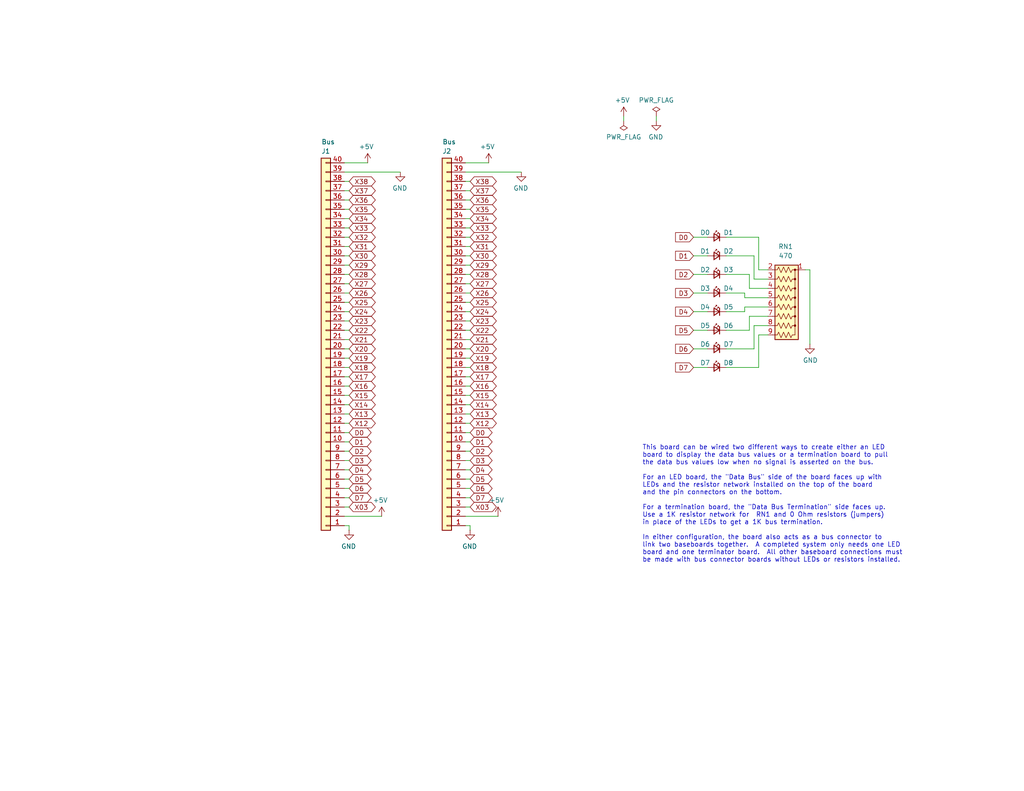
<source format=kicad_sch>
(kicad_sch (version 20231120) (generator "eeschema") (generator_version "8.0")
  (paper "USLetter")
  (title_block (title "SAP-Plus Bus LED connector") (date "2024-09-19") (rev "1.0") (company "github.com/TomNisbet/sap-plus"))
  (lib_symbols
    (symbol "Connector_Generic:Conn_01x40" (pin_names (offset 1.016) hide)
      (property "Reference" "J" (at 0 50.8 0))
      (property "Value" "Conn_01x40" (at 0 -53.34 0))
      (symbol "Conn_01x40_1_1"
        (rectangle (start -1.27 -50.673) (end 0 -50.927) (stroke (width 0.1524)))
        (rectangle (start -1.27 -48.133) (end 0 -48.387) (stroke (width 0.1524)))
        (rectangle (start -1.27 -45.593) (end 0 -45.847) (stroke (width 0.1524)))
        (rectangle (start -1.27 -43.053) (end 0 -43.307) (stroke (width 0.1524)))
        (rectangle (start -1.27 -40.513) (end 0 -40.767) (stroke (width 0.1524)))
        (rectangle (start -1.27 -37.973) (end 0 -38.227) (stroke (width 0.1524)))
        (rectangle (start -1.27 -35.433) (end 0 -35.687) (stroke (width 0.1524)))
        (rectangle (start -1.27 -32.893) (end 0 -33.147) (stroke (width 0.1524)))
        (rectangle (start -1.27 -30.353) (end 0 -30.607) (stroke (width 0.1524)))
        (rectangle (start -1.27 -27.813) (end 0 -28.067) (stroke (width 0.1524)))
        (rectangle (start -1.27 -25.273) (end 0 -25.527) (stroke (width 0.1524)))
        (rectangle (start -1.27 -22.733) (end 0 -22.987) (stroke (width 0.1524)))
        (rectangle (start -1.27 -20.193) (end 0 -20.447) (stroke (width 0.1524)))
        (rectangle (start -1.27 -17.653) (end 0 -17.907) (stroke (width 0.1524)))
        (rectangle (start -1.27 -15.113) (end 0 -15.367) (stroke (width 0.1524)))
        (rectangle (start -1.27 -12.573) (end 0 -12.827) (stroke (width 0.1524)))
        (rectangle (start -1.27 -10.033) (end 0 -10.287) (stroke (width 0.1524)))
        (rectangle (start -1.27 -7.493) (end 0 -7.747) (stroke (width 0.1524)))
        (rectangle (start -1.27 -4.953) (end 0 -5.207) (stroke (width 0.1524)))
        (rectangle (start -1.27 -2.413) (end 0 -2.667) (stroke (width 0.1524)))
        (rectangle (start -1.27 0.127) (end 0 -0.127) (stroke (width 0.1524)))
        (rectangle (start -1.27 2.667) (end 0 2.413) (stroke (width 0.1524)))
        (rectangle (start -1.27 5.207) (end 0 4.953) (stroke (width 0.1524)))
        (rectangle (start -1.27 7.747) (end 0 7.493) (stroke (width 0.1524)))
        (rectangle (start -1.27 10.287) (end 0 10.033) (stroke (width 0.1524)))
        (rectangle (start -1.27 12.827) (end 0 12.573) (stroke (width 0.1524)))
        (rectangle (start -1.27 15.367) (end 0 15.113) (stroke (width 0.1524)))
        (rectangle (start -1.27 17.907) (end 0 17.653) (stroke (width 0.1524)))
        (rectangle (start -1.27 20.447) (end 0 20.193) (stroke (width 0.1524)))
        (rectangle (start -1.27 22.987) (end 0 22.733) (stroke (width 0.1524)))
        (rectangle (start -1.27 25.527) (end 0 25.273) (stroke (width 0.1524)))
        (rectangle (start -1.27 28.067) (end 0 27.813) (stroke (width 0.1524)))
        (rectangle (start -1.27 30.607) (end 0 30.353) (stroke (width 0.1524)))
        (rectangle (start -1.27 33.147) (end 0 32.893) (stroke (width 0.1524)))
        (rectangle (start -1.27 35.687) (end 0 35.433) (stroke (width 0.1524)))
        (rectangle (start -1.27 38.227) (end 0 37.973) (stroke (width 0.1524)))
        (rectangle (start -1.27 40.767) (end 0 40.513) (stroke (width 0.1524)))
        (rectangle (start -1.27 43.307) (end 0 43.053) (stroke (width 0.1524)))
        (rectangle (start -1.27 45.847) (end 0 45.593) (stroke (width 0.1524)))
        (rectangle (start -1.27 48.387) (end 0 48.133) (stroke (width 0.1524)))
        (rectangle (start -1.27 49.53) (end 1.27 -52.07) (stroke (width 0.254)) (fill (type background)))
        (pin passive line (at -5.08 48.26 0) (length 3.81) (name "Pin_1") (number "1"))
        (pin passive line (at -5.08 25.4 0) (length 3.81) (name "Pin_10") (number "10"))
        (pin passive line (at -5.08 22.86 0) (length 3.81) (name "Pin_11") (number "11"))
        (pin passive line (at -5.08 20.32 0) (length 3.81) (name "Pin_12") (number "12"))
        (pin passive line (at -5.08 17.78 0) (length 3.81) (name "Pin_13") (number "13"))
        (pin passive line (at -5.08 15.24 0) (length 3.81) (name "Pin_14") (number "14"))
        (pin passive line (at -5.08 12.7 0) (length 3.81) (name "Pin_15") (number "15"))
        (pin passive line (at -5.08 10.16 0) (length 3.81) (name "Pin_16") (number "16"))
        (pin passive line (at -5.08 7.62 0) (length 3.81) (name "Pin_17") (number "17"))
        (pin passive line (at -5.08 5.08 0) (length 3.81) (name "Pin_18") (number "18"))
        (pin passive line (at -5.08 2.54 0) (length 3.81) (name "Pin_19") (number "19"))
        (pin passive line (at -5.08 45.72 0) (length 3.81) (name "Pin_2") (number "2"))
        (pin passive line (at -5.08 0 0) (length 3.81) (name "Pin_20") (number "20"))
        (pin passive line (at -5.08 -2.54 0) (length 3.81) (name "Pin_21") (number "21"))
        (pin passive line (at -5.08 -5.08 0) (length 3.81) (name "Pin_22") (number "22"))
        (pin passive line (at -5.08 -7.62 0) (length 3.81) (name "Pin_23") (number "23"))
        (pin passive line (at -5.08 -10.16 0) (length 3.81) (name "Pin_24") (number "24"))
        (pin passive line (at -5.08 -12.7 0) (length 3.81) (name "Pin_25") (number "25"))
        (pin passive line (at -5.08 -15.24 0) (length 3.81) (name "Pin_26") (number "26"))
        (pin passive line (at -5.08 -17.78 0) (length 3.81) (name "Pin_27") (number "27"))
        (pin passive line (at -5.08 -20.32 0) (length 3.81) (name "Pin_28") (number "28"))
        (pin passive line (at -5.08 -22.86 0) (length 3.81) (name "Pin_29") (number "29"))
        (pin passive line (at -5.08 43.18 0) (length 3.81) (name "Pin_3") (number "3"))
        (pin passive line (at -5.08 -25.4 0) (length 3.81) (name "Pin_30") (number "30"))
        (pin passive line (at -5.08 -27.94 0) (length 3.81) (name "Pin_31") (number "31"))
        (pin passive line (at -5.08 -30.48 0) (length 3.81) (name "Pin_32") (number "32"))
        (pin passive line (at -5.08 -33.02 0) (length 3.81) (name "Pin_33") (number "33"))
        (pin passive line (at -5.08 -35.56 0) (length 3.81) (name "Pin_34") (number "34"))
        (pin passive line (at -5.08 -38.1 0) (length 3.81) (name "Pin_35") (number "35"))
        (pin passive line (at -5.08 -40.64 0) (length 3.81) (name "Pin_36") (number "36"))
        (pin passive line (at -5.08 -43.18 0) (length 3.81) (name "Pin_37") (number "37"))
        (pin passive line (at -5.08 -45.72 0) (length 3.81) (name "Pin_38") (number "38"))
        (pin passive line (at -5.08 -48.26 0) (length 3.81) (name "Pin_39") (number "39"))
        (pin passive line (at -5.08 40.64 0) (length 3.81) (name "Pin_4") (number "4"))
        (pin passive line (at -5.08 -50.8 0) (length 3.81) (name "Pin_40") (number "40"))
        (pin passive line (at -5.08 38.1 0) (length 3.81) (name "Pin_5") (number "5"))
        (pin passive line (at -5.08 35.56 0) (length 3.81) (name "Pin_6") (number "6"))
        (pin passive line (at -5.08 33.02 0) (length 3.81) (name "Pin_7") (number "7"))
        (pin passive line (at -5.08 30.48 0) (length 3.81) (name "Pin_8") (number "8"))
        (pin passive line (at -5.08 27.94 0) (length 3.81) (name "Pin_9") (number "9"))
      )
    )
    (symbol "Device:LED_Small" (pin_numbers hide) (pin_names (offset 0.254) hide)
      (property "Reference" "D" (at -1.27 3.175 0))
      (property "Value" "LED_Small" (at -4.445 -2.54 0))
      (symbol "LED_Small_0_1"
        (polyline (pts (xy -0.762 -1.016) (xy -0.762 1.016)) (stroke (width 0.254)))
        (polyline (pts (xy 1.016 0) (xy -0.762 0)))
        (polyline (pts (xy 0.762 -1.016) (xy -0.762 0) (xy 0.762 1.016) (xy 0.762 -1.016)) (stroke (width 0.254)))
        (polyline (pts (xy 0 0.762) (xy -0.508 1.27) (xy -0.254 1.27) (xy -0.508 1.27) (xy -0.508 1.016)))
        (polyline (pts (xy 0.508 1.27) (xy 0 1.778) (xy 0.254 1.778) (xy 0 1.778) (xy 0 1.524)))
      )
      (symbol "LED_Small_1_1"
        (pin passive line (at -2.54 0 0) (length 1.778) (name "K") (number "1"))
        (pin passive line (at 2.54 0 180) (length 1.778) (name "A") (number "2"))
      )
    )
    (symbol "Device:R_Network08_US" (pin_names (offset 0) hide)
      (property "Reference" "RN" (at -12.7 0 90))
      (property "Value" "R_Network08_US" (at 10.16 0 90))
      (symbol "R_Network08_US_0_1"
        (rectangle (start -11.43 -3.175) (end 8.89 3.175) (stroke (width 0.254)) (fill (type background)))
        (circle (center -10.16 2.286) (radius 0.254) (fill (type outline)))
        (circle (center -7.62 2.286) (radius 0.254) (fill (type outline)))
        (circle (center -5.08 2.286) (radius 0.254) (fill (type outline)))
        (circle (center -2.54 2.286) (radius 0.254) (fill (type outline)))
        (polyline (pts (xy -10.16 2.286) (xy 7.62 2.286)))
        (polyline (pts (xy -10.16 2.286) (xy -10.16 1.524) (xy -9.398 1.1684) (xy -10.922 0.508) (xy -9.398 -0.1524) (xy -10.922 -0.8382) (xy -9.398 -1.524) (xy -10.922 -2.1844) (xy -10.16 -2.54) (xy -10.16 -3.81)))
        (polyline (pts (xy -7.62 2.286) (xy -7.62 1.524) (xy -6.858 1.1684) (xy -8.382 0.508) (xy -6.858 -0.1524) (xy -8.382 -0.8382) (xy -6.858 -1.524) (xy -8.382 -2.1844) (xy -7.62 -2.54) (xy -7.62 -3.81)))
        (polyline (pts (xy -5.08 2.286) (xy -5.08 1.524) (xy -4.318 1.1684) (xy -5.842 0.508) (xy -4.318 -0.1524) (xy -5.842 -0.8382) (xy -4.318 -1.524) (xy -5.842 -2.1844) (xy -5.08 -2.54) (xy -5.08 -3.81)))
        (polyline (pts (xy -2.54 2.286) (xy -2.54 1.524) (xy -1.778 1.1684) (xy -3.302 0.508) (xy -1.778 -0.1524) (xy -3.302 -0.8382) (xy -1.778 -1.524) (xy -3.302 -2.1844) (xy -2.54 -2.54) (xy -2.54 -3.81)))
        (polyline (pts (xy 0 2.286) (xy 0 1.524) (xy 0.762 1.1684) (xy -0.762 0.508) (xy 0.762 -0.1524) (xy -0.762 -0.8382) (xy 0.762 -1.524) (xy -0.762 -2.1844) (xy 0 -2.54) (xy 0 -3.81)))
        (polyline (pts (xy 2.54 2.286) (xy 2.54 1.524) (xy 3.302 1.1684) (xy 1.778 0.508) (xy 3.302 -0.1524) (xy 1.778 -0.8382) (xy 3.302 -1.524) (xy 1.778 -2.1844) (xy 2.54 -2.54) (xy 2.54 -3.81)))
        (polyline (pts (xy 5.08 2.286) (xy 5.08 1.524) (xy 5.842 1.1684) (xy 4.318 0.508) (xy 5.842 -0.1524) (xy 4.318 -0.8382) (xy 5.842 -1.524) (xy 4.318 -2.1844) (xy 5.08 -2.54) (xy 5.08 -3.81)))
        (polyline (pts (xy 7.62 2.286) (xy 7.62 1.524) (xy 8.382 1.1684) (xy 6.858 0.508) (xy 8.382 -0.1524) (xy 6.858 -0.8382) (xy 8.382 -1.524) (xy 6.858 -2.1844) (xy 7.62 -2.54) (xy 7.62 -3.81)))
        (circle (center 0 2.286) (radius 0.254) (fill (type outline)))
        (circle (center 2.54 2.286) (radius 0.254) (fill (type outline)))
        (circle (center 5.08 2.286) (radius 0.254) (fill (type outline)))
      )
      (symbol "R_Network08_US_1_1"
        (pin passive line (at -10.16 5.08 270) (length 2.54) (name "common") (number "1"))
        (pin passive line (at -10.16 -5.08 90) (length 1.27) (name "R1") (number "2"))
        (pin passive line (at -7.62 -5.08 90) (length 1.27) (name "R2") (number "3"))
        (pin passive line (at -5.08 -5.08 90) (length 1.27) (name "R3") (number "4"))
        (pin passive line (at -2.54 -5.08 90) (length 1.27) (name "R4") (number "5"))
        (pin passive line (at 0 -5.08 90) (length 1.27) (name "R5") (number "6"))
        (pin passive line (at 2.54 -5.08 90) (length 1.27) (name "R6") (number "7"))
        (pin passive line (at 5.08 -5.08 90) (length 1.27) (name "R7") (number "8"))
        (pin passive line (at 7.62 -5.08 90) (length 1.27) (name "R8") (number "9"))
      )
    )
    (symbol "power:+5V" (power) (pin_numbers hide) (pin_names (offset 0) hide)
      (property "Value" "+5V" (at 0 3.556 0))
      (symbol "+5V_0_1"
        (polyline (pts (xy -0.762 1.27) (xy 0 2.54)))
        (polyline (pts (xy 0 0) (xy 0 2.54)))
        (polyline (pts (xy 0 2.54) (xy 0.762 1.27)))
      )
      (symbol "+5V_1_1"
        (pin power_in line (at 0 0 90) (length 0) (name "~") (number "1"))
      )
    )
    (symbol "power:GND" (power) (pin_numbers hide) (pin_names (offset 0) hide)
      (property "Value" "GND" (at 0 -3.81 0))
      (symbol "GND_0_1"
        (polyline (pts (xy 0 0) (xy 0 -1.27) (xy 1.27 -1.27) (xy 0 -2.54) (xy -1.27 -1.27) (xy 0 -1.27)))
      )
      (symbol "GND_1_1"
        (pin power_in line (at 0 0 270) (length 0) (name "~") (number "1"))
      )
    )
    (symbol "power:PWR_FLAG" (power) (pin_numbers hide) (pin_names (offset 0) hide)
      (property "Value" "PWR_FLAG" (at 0 3.81 0))
      (symbol "PWR_FLAG_0_0"
        (pin power_out line (at 0 0 90) (length 0) (name "~") (number "1"))
      )
      (symbol "PWR_FLAG_0_1"
        (polyline (pts (xy 0 0) (xy 0 1.27) (xy -1.016 1.905) (xy 0 2.54) (xy 1.016 1.905) (xy 0 1.27)))
      )
    )
  )
  (wire (pts (xy 93.98 52.07) (xy 95.25 52.07)))
  (wire (pts (xy 193.04 100.33) (xy 189.23 100.33)))
  (wire (pts (xy 128.27 102.87) (xy 127 102.87)))
  (wire (pts (xy 128.27 143.51) (xy 127 143.51)))
  (wire (pts (xy 93.98 140.97) (xy 104.14 140.97)))
  (wire (pts (xy 128.27 82.55) (xy 127 82.55)))
  (wire (pts (xy 95.25 120.65) (xy 93.98 120.65)))
  (wire (pts (xy 220.98 73.66) (xy 220.98 93.98)))
  (wire (pts (xy 95.25 62.23) (xy 93.98 62.23)))
  (wire (pts (xy 95.25 77.47) (xy 93.98 77.47)))
  (wire (pts (xy 203.2 85.09) (xy 198.12 85.09)))
  (wire (pts (xy 198.12 100.33) (xy 207.01 100.33)))
  (wire (pts (xy 95.25 85.09) (xy 93.98 85.09)))
  (wire (pts (xy 128.27 69.85) (xy 127 69.85)))
  (wire (pts (xy 128.27 85.09) (xy 127 85.09)))
  (wire (pts (xy 128.27 130.81) (xy 127 130.81)))
  (wire (pts (xy 128.27 54.61) (xy 127 54.61)))
  (wire (pts (xy 95.25 128.27) (xy 93.98 128.27)))
  (wire (pts (xy 170.18 31.75) (xy 170.18 33.02)))
  (wire (pts (xy 95.25 133.35) (xy 93.98 133.35)))
  (wire (pts (xy 203.2 85.09) (xy 203.2 83.82)))
  (wire (pts (xy 128.27 90.17) (xy 127 90.17)))
  (wire (pts (xy 133.35 44.45) (xy 127 44.45)))
  (wire (pts (xy 95.25 138.43) (xy 93.98 138.43)))
  (wire (pts (xy 128.27 118.11) (xy 127 118.11)))
  (wire (pts (xy 127 46.99) (xy 142.24 46.99)))
  (wire (pts (xy 203.2 81.28) (xy 209.55 81.28)))
  (wire (pts (xy 95.25 90.17) (xy 93.98 90.17)))
  (wire (pts (xy 95.25 110.49) (xy 93.98 110.49)))
  (wire (pts (xy 95.25 69.85) (xy 93.98 69.85)))
  (wire (pts (xy 95.25 97.79) (xy 93.98 97.79)))
  (wire (pts (xy 128.27 62.23) (xy 127 62.23)))
  (wire (pts (xy 207.01 64.77) (xy 207.01 73.66)))
  (wire (pts (xy 128.27 138.43) (xy 127 138.43)))
  (wire (pts (xy 95.25 123.19) (xy 93.98 123.19)))
  (wire (pts (xy 205.74 76.2) (xy 209.55 76.2)))
  (wire (pts (xy 128.27 59.69) (xy 127 59.69)))
  (wire (pts (xy 204.47 90.17) (xy 204.47 86.36)))
  (wire (pts (xy 193.04 74.93) (xy 189.23 74.93)))
  (wire (pts (xy 128.27 128.27) (xy 127 128.27)))
  (wire (pts (xy 205.74 95.25) (xy 205.74 88.9)))
  (wire (pts (xy 95.25 144.78) (xy 95.25 143.51)))
  (wire (pts (xy 95.25 87.63) (xy 93.98 87.63)))
  (wire (pts (xy 193.04 64.77) (xy 189.23 64.77)))
  (wire (pts (xy 207.01 100.33) (xy 207.01 91.44)))
  (wire (pts (xy 128.27 64.77) (xy 127 64.77)))
  (wire (pts (xy 219.71 73.66) (xy 220.98 73.66)))
  (wire (pts (xy 93.98 59.69) (xy 95.25 59.69)))
  (wire (pts (xy 128.27 110.49) (xy 127 110.49)))
  (wire (pts (xy 95.25 125.73) (xy 93.98 125.73)))
  (wire (pts (xy 207.01 73.66) (xy 209.55 73.66)))
  (wire (pts (xy 204.47 86.36) (xy 209.55 86.36)))
  (wire (pts (xy 193.04 85.09) (xy 189.23 85.09)))
  (wire (pts (xy 95.25 95.25) (xy 93.98 95.25)))
  (wire (pts (xy 95.25 118.11) (xy 93.98 118.11)))
  (wire (pts (xy 128.27 67.31) (xy 127 67.31)))
  (wire (pts (xy 95.25 113.03) (xy 93.98 113.03)))
  (wire (pts (xy 93.98 57.15) (xy 95.25 57.15)))
  (wire (pts (xy 95.25 80.01) (xy 93.98 80.01)))
  (wire (pts (xy 128.27 115.57) (xy 127 115.57)))
  (wire (pts (xy 203.2 80.01) (xy 198.12 80.01)))
  (wire (pts (xy 128.27 123.19) (xy 127 123.19)))
  (wire (pts (xy 128.27 74.93) (xy 127 74.93)))
  (wire (pts (xy 128.27 135.89) (xy 127 135.89)))
  (wire (pts (xy 198.12 64.77) (xy 207.01 64.77)))
  (wire (pts (xy 95.25 82.55) (xy 93.98 82.55)))
  (wire (pts (xy 198.12 90.17) (xy 204.47 90.17)))
  (wire (pts (xy 93.98 46.99) (xy 109.22 46.99)))
  (wire (pts (xy 128.27 125.73) (xy 127 125.73)))
  (wire (pts (xy 205.74 69.85) (xy 205.74 76.2)))
  (wire (pts (xy 95.25 102.87) (xy 93.98 102.87)))
  (wire (pts (xy 203.2 80.01) (xy 203.2 81.28)))
  (wire (pts (xy 128.27 72.39) (xy 127 72.39)))
  (wire (pts (xy 179.07 31.75) (xy 179.07 33.02)))
  (wire (pts (xy 128.27 77.47) (xy 127 77.47)))
  (wire (pts (xy 128.27 100.33) (xy 127 100.33)))
  (wire (pts (xy 95.25 135.89) (xy 93.98 135.89)))
  (wire (pts (xy 198.12 74.93) (xy 204.47 74.93)))
  (wire (pts (xy 128.27 133.35) (xy 127 133.35)))
  (wire (pts (xy 128.27 120.65) (xy 127 120.65)))
  (wire (pts (xy 95.25 105.41) (xy 93.98 105.41)))
  (wire (pts (xy 95.25 67.31) (xy 93.98 67.31)))
  (wire (pts (xy 95.25 143.51) (xy 93.98 143.51)))
  (wire (pts (xy 100.33 44.45) (xy 93.98 44.45)))
  (wire (pts (xy 95.25 100.33) (xy 93.98 100.33)))
  (wire (pts (xy 95.25 107.95) (xy 93.98 107.95)))
  (wire (pts (xy 193.04 95.25) (xy 189.23 95.25)))
  (wire (pts (xy 205.74 88.9) (xy 209.55 88.9)))
  (wire (pts (xy 193.04 80.01) (xy 189.23 80.01)))
  (wire (pts (xy 128.27 107.95) (xy 127 107.95)))
  (wire (pts (xy 95.25 130.81) (xy 93.98 130.81)))
  (wire (pts (xy 127 140.97) (xy 135.89 140.97)))
  (wire (pts (xy 128.27 144.78) (xy 128.27 143.51)))
  (wire (pts (xy 95.25 64.77) (xy 93.98 64.77)))
  (wire (pts (xy 128.27 80.01) (xy 127 80.01)))
  (wire (pts (xy 93.98 54.61) (xy 95.25 54.61)))
  (wire (pts (xy 128.27 97.79) (xy 127 97.79)))
  (wire (pts (xy 204.47 74.93) (xy 204.47 78.74)))
  (wire (pts (xy 93.98 49.53) (xy 95.25 49.53)))
  (wire (pts (xy 198.12 95.25) (xy 205.74 95.25)))
  (wire (pts (xy 128.27 52.07) (xy 127 52.07)))
  (wire (pts (xy 95.25 115.57) (xy 93.98 115.57)))
  (wire (pts (xy 193.04 69.85) (xy 189.23 69.85)))
  (wire (pts (xy 95.25 72.39) (xy 93.98 72.39)))
  (wire (pts (xy 128.27 87.63) (xy 127 87.63)))
  (wire (pts (xy 128.27 49.53) (xy 127 49.53)))
  (wire (pts (xy 193.04 90.17) (xy 189.23 90.17)))
  (wire (pts (xy 198.12 69.85) (xy 205.74 69.85)))
  (wire (pts (xy 128.27 92.71) (xy 127 92.71)))
  (wire (pts (xy 203.2 83.82) (xy 209.55 83.82)))
  (wire (pts (xy 128.27 105.41) (xy 127 105.41)))
  (wire (pts (xy 207.01 91.44) (xy 209.55 91.44)))
  (wire (pts (xy 128.27 113.03) (xy 127 113.03)))
  (wire (pts (xy 95.25 74.93) (xy 93.98 74.93)))
  (wire (pts (xy 95.25 92.71) (xy 93.98 92.71)))
  (wire (pts (xy 128.27 57.15) (xy 127 57.15)))
  (wire (pts (xy 204.47 78.74) (xy 209.55 78.74)))
  (wire (pts (xy 128.27 95.25) (xy 127 95.25)))
  (text "This board can be wired two different ways to create either an LED\nboard to display the data bus values or a termination board to pull\nthe data bus values low when no signal is asserted on the bus.  \n\nFor an LED board, the \"Data Bus\" side of the board faces up with\nLEDs and the resistor network installed on the top of the board\nand the pin connectors on the bottom.\n\nFor a termination board, the \"Data Bus Termination\" side faces up.\nUse a 1K resistor network for  RN1 and 0 Ohm resistors (jumpers)\nin place of the LEDs to get a 1K bus termination.\n\nIn either configuration, the board also acts as a bus connector to\nlink two baseboards together.  A completed system only needs one LED\nboard and one terminator board.  All other baseboard connections must\nbe made with bus connector boards without LEDs or resistors installed.\n" (at 175.26 153.67 0) (effects (font (size 1.27 1.27)) (justify left bottom)))
  (global_label "X26" (shape bidirectional) (at 95.25 80.01 0) (property "Intersheetrefs" "${INTERSHEET_REFS}" (effects (hide yes))))
  (global_label "D1" (shape bidirectional) (at 95.25 120.65 0) (property "Intersheetrefs" "${INTERSHEET_REFS}" (effects (hide yes))))
  (global_label "X31" (shape bidirectional) (at 95.25 67.31 0) (property "Intersheetrefs" "${INTERSHEET_REFS}" (effects (hide yes))))
  (global_label "D7" (shape input) (at 189.23 100.33 180) (property "Intersheetrefs" "${INTERSHEET_REFS}" (effects (hide yes))))
  (global_label "X20" (shape bidirectional) (at 95.25 95.25 0) (property "Intersheetrefs" "${INTERSHEET_REFS}" (effects (hide yes))))
  (global_label "X23" (shape bidirectional) (at 128.27 87.63 0) (property "Intersheetrefs" "${INTERSHEET_REFS}" (effects (hide yes))))
  (global_label "X38" (shape bidirectional) (at 95.25 49.53 0) (property "Intersheetrefs" "${INTERSHEET_REFS}" (effects (hide yes))))
  (global_label "X35" (shape bidirectional) (at 95.25 57.15 0) (property "Intersheetrefs" "${INTERSHEET_REFS}" (effects (hide yes))))
  (global_label "X37" (shape bidirectional) (at 128.27 52.07 0) (property "Intersheetrefs" "${INTERSHEET_REFS}" (effects (hide yes))))
  (global_label "X19" (shape bidirectional) (at 95.25 97.79 0) (property "Intersheetrefs" "${INTERSHEET_REFS}" (effects (hide yes))))
  (global_label "X17" (shape bidirectional) (at 95.25 102.87 0) (property "Intersheetrefs" "${INTERSHEET_REFS}" (effects (hide yes))))
  (global_label "X18" (shape bidirectional) (at 95.25 100.33 0) (property "Intersheetrefs" "${INTERSHEET_REFS}" (effects (hide yes))))
  (global_label "X22" (shape bidirectional) (at 95.25 90.17 0) (property "Intersheetrefs" "${INTERSHEET_REFS}" (effects (hide yes))))
  (global_label "X19" (shape bidirectional) (at 128.27 97.79 0) (property "Intersheetrefs" "${INTERSHEET_REFS}" (effects (hide yes))))
  (global_label "D4" (shape bidirectional) (at 128.27 128.27 0) (property "Intersheetrefs" "${INTERSHEET_REFS}" (effects (hide yes))))
  (global_label "X03" (shape bidirectional) (at 128.27 138.43 0) (property "Intersheetrefs" "${INTERSHEET_REFS}" (effects (hide yes))))
  (global_label "D1" (shape bidirectional) (at 128.27 120.65 0) (property "Intersheetrefs" "${INTERSHEET_REFS}" (effects (hide yes))))
  (global_label "D7" (shape bidirectional) (at 128.27 135.89 0) (property "Intersheetrefs" "${INTERSHEET_REFS}" (effects (hide yes))))
  (global_label "D0" (shape bidirectional) (at 95.25 118.11 0) (property "Intersheetrefs" "${INTERSHEET_REFS}" (effects (hide yes))))
  (global_label "X33" (shape bidirectional) (at 128.27 62.23 0) (property "Intersheetrefs" "${INTERSHEET_REFS}" (effects (hide yes))))
  (global_label "X35" (shape bidirectional) (at 128.27 57.15 0) (property "Intersheetrefs" "${INTERSHEET_REFS}" (effects (hide yes))))
  (global_label "D0" (shape input) (at 189.23 64.77 180) (property "Intersheetrefs" "${INTERSHEET_REFS}" (effects (hide yes))))
  (global_label "D7" (shape bidirectional) (at 95.25 135.89 0) (property "Intersheetrefs" "${INTERSHEET_REFS}" (effects (hide yes))))
  (global_label "D2" (shape input) (at 189.23 74.93 180) (property "Intersheetrefs" "${INTERSHEET_REFS}" (effects (hide yes))))
  (global_label "X27" (shape bidirectional) (at 128.27 77.47 0) (property "Intersheetrefs" "${INTERSHEET_REFS}" (effects (hide yes))))
  (global_label "X15" (shape bidirectional) (at 95.25 107.95 0) (property "Intersheetrefs" "${INTERSHEET_REFS}" (effects (hide yes))))
  (global_label "X30" (shape bidirectional) (at 128.27 69.85 0) (property "Intersheetrefs" "${INTERSHEET_REFS}" (effects (hide yes))))
  (global_label "X21" (shape bidirectional) (at 95.25 92.71 0) (property "Intersheetrefs" "${INTERSHEET_REFS}" (effects (hide yes))))
  (global_label "X34" (shape bidirectional) (at 128.27 59.69 0) (property "Intersheetrefs" "${INTERSHEET_REFS}" (effects (hide yes))))
  (global_label "X31" (shape bidirectional) (at 128.27 67.31 0) (property "Intersheetrefs" "${INTERSHEET_REFS}" (effects (hide yes))))
  (global_label "X37" (shape bidirectional) (at 95.25 52.07 0) (property "Intersheetrefs" "${INTERSHEET_REFS}" (effects (hide yes))))
  (global_label "X29" (shape bidirectional) (at 128.27 72.39 0) (property "Intersheetrefs" "${INTERSHEET_REFS}" (effects (hide yes))))
  (global_label "X20" (shape bidirectional) (at 128.27 95.25 0) (property "Intersheetrefs" "${INTERSHEET_REFS}" (effects (hide yes))))
  (global_label "D3" (shape bidirectional) (at 95.25 125.73 0) (property "Intersheetrefs" "${INTERSHEET_REFS}" (effects (hide yes))))
  (global_label "X12" (shape bidirectional) (at 128.27 115.57 0) (property "Intersheetrefs" "${INTERSHEET_REFS}" (effects (hide yes))))
  (global_label "X24" (shape bidirectional) (at 95.25 85.09 0) (property "Intersheetrefs" "${INTERSHEET_REFS}" (effects (hide yes))))
  (global_label "X03" (shape bidirectional) (at 95.25 138.43 0) (property "Intersheetrefs" "${INTERSHEET_REFS}" (effects (hide yes))))
  (global_label "D0" (shape bidirectional) (at 128.27 118.11 0) (property "Intersheetrefs" "${INTERSHEET_REFS}" (effects (hide yes))))
  (global_label "X27" (shape bidirectional) (at 95.25 77.47 0) (property "Intersheetrefs" "${INTERSHEET_REFS}" (effects (hide yes))))
  (global_label "X32" (shape bidirectional) (at 128.27 64.77 0) (property "Intersheetrefs" "${INTERSHEET_REFS}" (effects (hide yes))))
  (global_label "X32" (shape bidirectional) (at 95.25 64.77 0) (property "Intersheetrefs" "${INTERSHEET_REFS}" (effects (hide yes))))
  (global_label "X30" (shape bidirectional) (at 95.25 69.85 0) (property "Intersheetrefs" "${INTERSHEET_REFS}" (effects (hide yes))))
  (global_label "D3" (shape input) (at 189.23 80.01 180) (property "Intersheetrefs" "${INTERSHEET_REFS}" (effects (hide yes))))
  (global_label "X21" (shape bidirectional) (at 128.27 92.71 0) (property "Intersheetrefs" "${INTERSHEET_REFS}" (effects (hide yes))))
  (global_label "X38" (shape bidirectional) (at 128.27 49.53 0) (property "Intersheetrefs" "${INTERSHEET_REFS}" (effects (hide yes))))
  (global_label "D5" (shape bidirectional) (at 95.25 130.81 0) (property "Intersheetrefs" "${INTERSHEET_REFS}" (effects (hide yes))))
  (global_label "X36" (shape bidirectional) (at 95.25 54.61 0) (property "Intersheetrefs" "${INTERSHEET_REFS}" (effects (hide yes))))
  (global_label "X28" (shape bidirectional) (at 128.27 74.93 0) (property "Intersheetrefs" "${INTERSHEET_REFS}" (effects (hide yes))))
  (global_label "X26" (shape bidirectional) (at 128.27 80.01 0) (property "Intersheetrefs" "${INTERSHEET_REFS}" (effects (hide yes))))
  (global_label "X15" (shape bidirectional) (at 128.27 107.95 0) (property "Intersheetrefs" "${INTERSHEET_REFS}" (effects (hide yes))))
  (global_label "X18" (shape bidirectional) (at 128.27 100.33 0) (property "Intersheetrefs" "${INTERSHEET_REFS}" (effects (hide yes))))
  (global_label "X29" (shape bidirectional) (at 95.25 72.39 0) (property "Intersheetrefs" "${INTERSHEET_REFS}" (effects (hide yes))))
  (global_label "X13" (shape bidirectional) (at 128.27 113.03 0) (property "Intersheetrefs" "${INTERSHEET_REFS}" (effects (hide yes))))
  (global_label "X34" (shape bidirectional) (at 95.25 59.69 0) (property "Intersheetrefs" "${INTERSHEET_REFS}" (effects (hide yes))))
  (global_label "D6" (shape bidirectional) (at 128.27 133.35 0) (property "Intersheetrefs" "${INTERSHEET_REFS}" (effects (hide yes))))
  (global_label "X14" (shape bidirectional) (at 128.27 110.49 0) (property "Intersheetrefs" "${INTERSHEET_REFS}" (effects (hide yes))))
  (global_label "X33" (shape bidirectional) (at 95.25 62.23 0) (property "Intersheetrefs" "${INTERSHEET_REFS}" (effects (hide yes))))
  (global_label "D4" (shape input) (at 189.23 85.09 180) (property "Intersheetrefs" "${INTERSHEET_REFS}" (effects (hide yes))))
  (global_label "X23" (shape bidirectional) (at 95.25 87.63 0) (property "Intersheetrefs" "${INTERSHEET_REFS}" (effects (hide yes))))
  (global_label "X24" (shape bidirectional) (at 128.27 85.09 0) (property "Intersheetrefs" "${INTERSHEET_REFS}" (effects (hide yes))))
  (global_label "X36" (shape bidirectional) (at 128.27 54.61 0) (property "Intersheetrefs" "${INTERSHEET_REFS}" (effects (hide yes))))
  (global_label "X25" (shape bidirectional) (at 128.27 82.55 0) (property "Intersheetrefs" "${INTERSHEET_REFS}" (effects (hide yes))))
  (global_label "D6" (shape bidirectional) (at 95.25 133.35 0) (property "Intersheetrefs" "${INTERSHEET_REFS}" (effects (hide yes))))
  (global_label "X22" (shape bidirectional) (at 128.27 90.17 0) (property "Intersheetrefs" "${INTERSHEET_REFS}" (effects (hide yes))))
  (global_label "X13" (shape bidirectional) (at 95.25 113.03 0) (property "Intersheetrefs" "${INTERSHEET_REFS}" (effects (hide yes))))
  (global_label "D5" (shape input) (at 189.23 90.17 180) (property "Intersheetrefs" "${INTERSHEET_REFS}" (effects (hide yes))))
  (global_label "X28" (shape bidirectional) (at 95.25 74.93 0) (property "Intersheetrefs" "${INTERSHEET_REFS}" (effects (hide yes))))
  (global_label "D4" (shape bidirectional) (at 95.25 128.27 0) (property "Intersheetrefs" "${INTERSHEET_REFS}" (effects (hide yes))))
  (global_label "D2" (shape bidirectional) (at 128.27 123.19 0) (property "Intersheetrefs" "${INTERSHEET_REFS}" (effects (hide yes))))
  (global_label "D3" (shape bidirectional) (at 128.27 125.73 0) (property "Intersheetrefs" "${INTERSHEET_REFS}" (effects (hide yes))))
  (global_label "D2" (shape bidirectional) (at 95.25 123.19 0) (property "Intersheetrefs" "${INTERSHEET_REFS}" (effects (hide yes))))
  (global_label "X16" (shape bidirectional) (at 128.27 105.41 0) (property "Intersheetrefs" "${INTERSHEET_REFS}" (effects (hide yes))))
  (global_label "X12" (shape bidirectional) (at 95.25 115.57 0) (property "Intersheetrefs" "${INTERSHEET_REFS}" (effects (hide yes))))
  (global_label "X25" (shape bidirectional) (at 95.25 82.55 0) (property "Intersheetrefs" "${INTERSHEET_REFS}" (effects (hide yes))))
  (global_label "D1" (shape input) (at 189.23 69.85 180) (property "Intersheetrefs" "${INTERSHEET_REFS}" (effects (hide yes))))
  (global_label "X16" (shape bidirectional) (at 95.25 105.41 0) (property "Intersheetrefs" "${INTERSHEET_REFS}" (effects (hide yes))))
  (global_label "D5" (shape bidirectional) (at 128.27 130.81 0) (property "Intersheetrefs" "${INTERSHEET_REFS}" (effects (hide yes))))
  (global_label "X17" (shape bidirectional) (at 128.27 102.87 0) (property "Intersheetrefs" "${INTERSHEET_REFS}" (effects (hide yes))))
  (global_label "D6" (shape input) (at 189.23 95.25 180) (property "Intersheetrefs" "${INTERSHEET_REFS}" (effects (hide yes))))
  (global_label "X14" (shape bidirectional) (at 95.25 110.49 0) (property "Intersheetrefs" "${INTERSHEET_REFS}" (effects (hide yes))))
  (symbol (lib_id "Connector_Generic:Conn_01x40") (at 88.9 95.25 180) (unit 1)
    (property "Reference" "J1" (at 88.9 41.275 0))
    (property "Value" "Bus" (at 89.535 38.735 0))
    (property "Footprint" "Connector_PinHeader_2.54mm:PinHeader_1x40_P2.54mm_Vertical" (effects (hide yes)))
  )
  (symbol (lib_id "power:GND") (at 95.25 144.78 0) (mirror y) (unit 1)
    (property "Reference" "#PWR01" (effects (hide yes)))
    (property "Value" "GND" (at 95.123 149.1742 0))
  )
  (symbol (lib_id "power:+5V") (at 100.33 44.45 0) (mirror y) (unit 1)
    (property "Reference" "#PWR019" (effects (hide yes)))
    (property "Value" "+5V" (at 99.949 40.0558 0))
  )
  (symbol (lib_id "Connector_Generic:Conn_01x40") (at 121.92 95.25 180) (unit 1)
    (property "Reference" "J2" (at 121.92 41.275 0))
    (property "Value" "Bus" (at 122.555 38.735 0))
    (property "Footprint" "Connector_PinHeader_2.54mm:PinHeader_1x40_P2.54mm_Vertical" (effects (hide yes)))
  )
  (symbol (lib_id "power:GND") (at 128.27 144.78 0) (mirror y) (unit 1)
    (property "Reference" "#PWR02" (effects (hide yes)))
    (property "Value" "GND" (at 128.143 149.1742 0))
  )
  (symbol (lib_id "power:+5V") (at 133.35 44.45 0) (mirror y) (unit 1)
    (property "Reference" "#PWR020" (effects (hide yes)))
    (property "Value" "+5V" (at 132.969 40.0558 0))
  )
  (symbol (lib_id "Device:LED_Small") (at 195.58 64.77 0) (mirror y) (unit 1)
    (property "Reference" "D1" (at 198.755 63.5 0))
    (property "Value" "D0" (at 192.405 63.5 0))
    (property "Footprint" "LED_THT:LED_D3.0mm" (effects (hide yes)))
  )
  (symbol (lib_id "power:GND") (at 220.98 93.98 0) (unit 1)
    (property "Reference" "#PWR03" (effects (hide yes)))
    (property "Value" "GND" (at 221.107 98.3742 0))
  )
  (symbol (lib_id "Device:LED_Small") (at 195.58 69.85 0) (mirror y) (unit 1)
    (property "Reference" "D2" (at 198.755 68.58 0))
    (property "Value" "D1" (at 192.405 68.58 0))
    (property "Footprint" "LED_THT:LED_D3.0mm" (effects (hide yes)))
  )
  (symbol (lib_id "Device:LED_Small") (at 195.58 74.93 0) (mirror y) (unit 1)
    (property "Reference" "D3" (at 198.755 73.66 0))
    (property "Value" "D2" (at 192.405 73.66 0))
    (property "Footprint" "LED_THT:LED_D3.0mm" (effects (hide yes)))
  )
  (symbol (lib_id "Device:LED_Small") (at 195.58 80.01 0) (mirror y) (unit 1)
    (property "Reference" "D4" (at 198.755 78.74 0))
    (property "Value" "D3" (at 192.405 78.74 0))
    (property "Footprint" "LED_THT:LED_D3.0mm" (effects (hide yes)))
  )
  (symbol (lib_id "Device:LED_Small") (at 195.58 85.09 0) (mirror y) (unit 1)
    (property "Reference" "D5" (at 198.755 83.82 0))
    (property "Value" "D4" (at 192.405 83.82 0))
    (property "Footprint" "LED_THT:LED_D3.0mm" (effects (hide yes)))
  )
  (symbol (lib_id "Device:LED_Small") (at 195.58 90.17 0) (mirror y) (unit 1)
    (property "Reference" "D6" (at 198.755 88.9 0))
    (property "Value" "D5" (at 192.405 88.9 0))
    (property "Footprint" "LED_THT:LED_D3.0mm" (effects (hide yes)))
  )
  (symbol (lib_id "Device:LED_Small") (at 195.58 95.25 0) (mirror y) (unit 1)
    (property "Reference" "D7" (at 198.755 93.98 0))
    (property "Value" "D6" (at 192.405 93.98 0))
    (property "Footprint" "LED_THT:LED_D3.0mm" (effects (hide yes)))
  )
  (symbol (lib_id "Device:LED_Small") (at 195.58 100.33 0) (mirror y) (unit 1)
    (property "Reference" "D8" (at 198.755 99.06 0))
    (property "Value" "D7" (at 192.405 99.06 0))
    (property "Footprint" "LED_THT:LED_D3.0mm" (effects (hide yes)))
  )
  (symbol (lib_id "power:PWR_FLAG") (at 179.07 31.75 0) (unit 1)
    (property "Reference" "#FLG0101" (effects (hide yes)))
    (property "Value" "PWR_FLAG" (at 179.07 27.3558 0))
  )
  (symbol (lib_id "power:PWR_FLAG") (at 170.18 33.02 0) (mirror x) (unit 1)
    (property "Reference" "#FLG0102" (effects (hide yes)))
    (property "Value" "PWR_FLAG" (at 170.18 37.4142 0))
  )
  (symbol (lib_id "power:+5V") (at 170.18 31.75 0) (mirror y) (unit 1)
    (property "Reference" "#PWR0101" (effects (hide yes)))
    (property "Value" "+5V" (at 169.799 27.3558 0))
  )
  (symbol (lib_id "power:GND") (at 179.07 33.02 0) (mirror y) (unit 1)
    (property "Reference" "#PWR0102" (effects (hide yes)))
    (property "Value" "GND" (at 178.943 37.4142 0))
  )
  (symbol (lib_id "power:GND") (at 142.24 46.99 0) (mirror y) (unit 1)
    (property "Reference" "#PWR04" (effects (hide yes)))
    (property "Value" "GND" (at 142.113 51.3842 0))
  )
  (symbol (lib_id "power:GND") (at 109.22 46.99 0) (mirror y) (unit 1)
    (property "Reference" "#PWR05" (effects (hide yes)))
    (property "Value" "GND" (at 109.093 51.3842 0))
  )
  (symbol (lib_id "power:+5V") (at 104.14 140.97 0) (mirror y) (unit 1)
    (property "Reference" "#PWR06" (effects (hide yes)))
    (property "Value" "+5V" (at 103.759 136.5758 0))
  )
  (symbol (lib_id "Device:R_Network08_US") (at 214.63 83.82 270) (unit 1)
    (property "Reference" "RN1" (at 214.376 67.31 90))
    (property "Value" "470" (at 214.376 69.85 90))
    (property "Footprint" "Resistor_THT:R_Array_SIP9" (effects (hide yes)))
    (property "Datasheet" "http://www.vishay.com/docs/31509/csc.pdf" (effects (hide yes)))
    (property "Description" "8 resistor network, star topology, bussed resistors, small US symbol" (effects (hide yes)))
  )
  (symbol (lib_id "power:+5V") (at 135.89 140.97 0) (mirror y) (unit 1)
    (property "Reference" "#PWR07" (effects (hide yes)))
    (property "Value" "+5V" (at 135.509 136.5758 0))
  )
)
</source>
